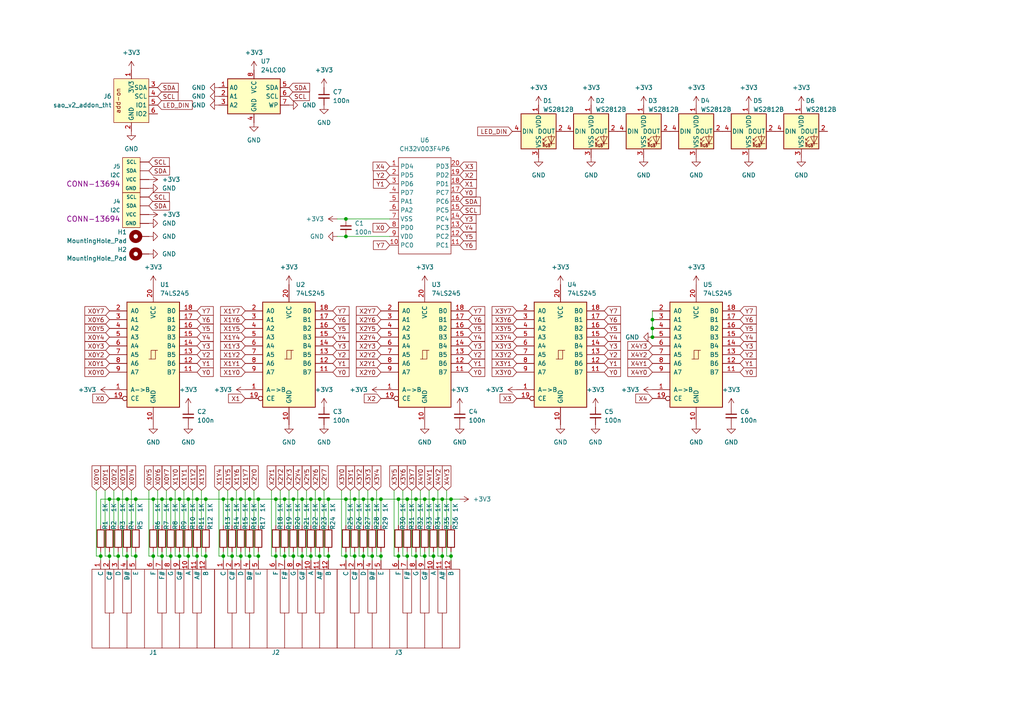
<source format=kicad_sch>
(kicad_sch (version 20230121) (generator eeschema)
  (paper "A4")
  (junction (at 123.19 144.78))
  (junction (at 100.33 68.58))
  (junction (at 72.39 144.78))
  (junction (at 36.83 161.29))
  (junction (at 95.25 161.29))
  (junction (at 74.93 161.29))
  (junction (at 118.11 161.29))
  (junction (at 90.17 161.29))
  (junction (at 64.77 161.29))
  (junction (at 31.75 161.29))
  (junction (at 44.45 161.29))
  (junction (at 100.33 161.29))
  (junction (at 130.81 161.29))
  (junction (at 90.17 144.78))
  (junction (at 57.15 161.29))
  (junction (at 105.41 161.29))
  (junction (at 67.31 161.29))
  (junction (at 120.65 161.29))
  (junction (at 54.61 161.29))
  (junction (at 59.69 144.78))
  (junction (at 100.33 63.5))
  (junction (at 189.23 92.71))
  (junction (at 102.87 144.78))
  (junction (at 115.57 144.78))
  (junction (at 39.37 161.29))
  (junction (at 36.83 144.78))
  (junction (at 82.55 161.29))
  (junction (at 110.49 161.29))
  (junction (at 74.93 144.78))
  (junction (at 46.99 144.78))
  (junction (at 59.69 161.29))
  (junction (at 125.73 144.78))
  (junction (at 95.25 144.78))
  (junction (at 49.53 161.29))
  (junction (at 82.55 144.78))
  (junction (at 87.63 144.78))
  (junction (at 92.71 161.29))
  (junction (at 52.07 144.78))
  (junction (at 123.19 161.29))
  (junction (at 189.23 95.25))
  (junction (at 115.57 161.29))
  (junction (at 80.01 161.29))
  (junction (at 102.87 161.29))
  (junction (at 125.73 161.29))
  (junction (at 130.81 144.78))
  (junction (at 92.71 144.78))
  (junction (at 72.39 161.29))
  (junction (at 100.33 144.78))
  (junction (at 120.65 144.78))
  (junction (at 85.09 144.78))
  (junction (at 67.31 144.78))
  (junction (at 39.37 144.78))
  (junction (at 29.21 161.29))
  (junction (at 52.07 161.29))
  (junction (at 69.85 161.29))
  (junction (at 110.49 144.78))
  (junction (at 118.11 144.78))
  (junction (at 69.85 144.78))
  (junction (at 31.75 144.78))
  (junction (at 34.29 161.29))
  (junction (at 189.23 97.79))
  (junction (at 54.61 144.78))
  (junction (at 105.41 144.78))
  (junction (at 80.01 144.78))
  (junction (at 128.27 161.29))
  (junction (at 107.95 161.29))
  (junction (at 107.95 144.78))
  (junction (at 64.77 144.78))
  (junction (at 87.63 161.29))
  (junction (at 57.15 144.78))
  (junction (at 49.53 144.78))
  (junction (at 128.27 144.78))
  (junction (at 34.29 144.78))
  (junction (at 44.45 144.78))
  (junction (at 46.99 161.29))
  (junction (at 85.09 161.29))
  (wire (pts (xy 33.02 161.29) (xy 34.29 161.29)))
  (wire (pts (xy 90.17 152.4) (xy 90.17 144.78)))
  (wire (pts (xy 118.11 144.78) (xy 120.65 144.78)))
  (wire (pts (xy 69.85 161.29) (xy 69.85 162.56)))
  (wire (pts (xy 102.87 161.29) (xy 101.6 161.29)))
  (wire (pts (xy 129.54 142.24) (xy 129.54 161.29)))
  (wire (pts (xy 189.23 92.71) (xy 189.23 90.17)))
  (wire (pts (xy 95.25 161.29) (xy 95.25 162.56)))
  (wire (pts (xy 36.83 161.29) (xy 36.83 162.56)))
  (wire (pts (xy 34.29 144.78) (xy 36.83 144.78)))
  (wire (pts (xy 81.28 142.24) (xy 81.28 161.29)))
  (wire (pts (xy 90.17 160.02) (xy 90.17 161.29)))
  (wire (pts (xy 128.27 152.4) (xy 128.27 144.78)))
  (wire (pts (xy 35.56 142.24) (xy 35.56 161.29)))
  (wire (pts (xy 100.33 161.29) (xy 100.33 162.56)))
  (wire (pts (xy 92.71 160.02) (xy 92.71 161.29)))
  (wire (pts (xy 54.61 160.02) (xy 54.61 161.29)))
  (wire (pts (xy 71.12 142.24) (xy 71.12 161.29)))
  (wire (pts (xy 50.8 142.24) (xy 50.8 161.29)))
  (wire (pts (xy 130.81 152.4) (xy 130.81 144.78)))
  (wire (pts (xy 90.17 144.78) (xy 92.71 144.78)))
  (wire (pts (xy 45.72 142.24) (xy 45.72 161.29)))
  (wire (pts (xy 38.1 161.29) (xy 39.37 161.29)))
  (wire (pts (xy 107.95 160.02) (xy 107.95 161.29)))
  (wire (pts (xy 118.11 160.02) (xy 118.11 161.29)))
  (wire (pts (xy 110.49 161.29) (xy 109.22 161.29)))
  (wire (pts (xy 54.61 144.78) (xy 57.15 144.78)))
  (wire (pts (xy 46.99 160.02) (xy 46.99 161.29)))
  (wire (pts (xy 31.75 152.4) (xy 31.75 144.78)))
  (wire (pts (xy 48.26 161.29) (xy 49.53 161.29)))
  (wire (pts (xy 95.25 144.78) (xy 100.33 144.78)))
  (wire (pts (xy 107.95 161.29) (xy 107.95 162.56)))
  (wire (pts (xy 82.55 161.29) (xy 82.55 162.56)))
  (wire (pts (xy 120.65 144.78) (xy 123.19 144.78)))
  (wire (pts (xy 120.65 160.02) (xy 120.65 161.29)))
  (wire (pts (xy 44.45 161.29) (xy 44.45 162.56)))
  (wire (pts (xy 115.57 160.02) (xy 115.57 161.29)))
  (wire (pts (xy 48.26 142.24) (xy 48.26 161.29)))
  (wire (pts (xy 63.5 142.24) (xy 63.5 161.29)))
  (wire (pts (xy 52.07 160.02) (xy 52.07 161.29)))
  (wire (pts (xy 72.39 161.29) (xy 72.39 162.56)))
  (wire (pts (xy 80.01 160.02) (xy 80.01 161.29)))
  (wire (pts (xy 64.77 161.29) (xy 64.77 162.56)))
  (wire (pts (xy 44.45 152.4) (xy 44.45 144.78)))
  (wire (pts (xy 123.19 160.02) (xy 123.19 161.29)))
  (wire (pts (xy 54.61 161.29) (xy 53.34 161.29)))
  (wire (pts (xy 80.01 161.29) (xy 80.01 162.56)))
  (wire (pts (xy 35.56 161.29) (xy 36.83 161.29)))
  (wire (pts (xy 73.66 142.24) (xy 73.66 161.29)))
  (wire (pts (xy 97.79 63.5) (xy 100.33 63.5)))
  (wire (pts (xy 105.41 161.29) (xy 105.41 162.56)))
  (wire (pts (xy 59.69 161.29) (xy 59.69 162.56)))
  (wire (pts (xy 29.21 144.78) (xy 31.75 144.78)))
  (wire (pts (xy 59.69 161.29) (xy 58.42 161.29)))
  (wire (pts (xy 46.99 152.4) (xy 46.99 144.78)))
  (wire (pts (xy 59.69 144.78) (xy 64.77 144.78)))
  (wire (pts (xy 39.37 160.02) (xy 39.37 161.29)))
  (wire (pts (xy 36.83 152.4) (xy 36.83 144.78)))
  (wire (pts (xy 118.11 161.29) (xy 118.11 162.56)))
  (wire (pts (xy 85.09 160.02) (xy 85.09 161.29)))
  (wire (pts (xy 90.17 161.29) (xy 90.17 162.56)))
  (wire (pts (xy 58.42 142.24) (xy 58.42 161.29)))
  (wire (pts (xy 87.63 161.29) (xy 86.36 161.29)))
  (wire (pts (xy 29.21 160.02) (xy 29.21 161.29)))
  (wire (pts (xy 64.77 161.29) (xy 63.5 161.29)))
  (wire (pts (xy 107.95 152.4) (xy 107.95 144.78)))
  (wire (pts (xy 34.29 161.29) (xy 34.29 162.56)))
  (wire (pts (xy 45.72 161.29) (xy 46.99 161.29)))
  (wire (pts (xy 38.1 142.24) (xy 38.1 161.29)))
  (wire (pts (xy 115.57 161.29) (xy 115.57 162.56)))
  (wire (pts (xy 57.15 161.29) (xy 55.88 161.29)))
  (wire (pts (xy 52.07 161.29) (xy 52.07 162.56)))
  (wire (pts (xy 49.53 161.29) (xy 49.53 162.56)))
  (wire (pts (xy 118.11 152.4) (xy 118.11 144.78)))
  (wire (pts (xy 52.07 144.78) (xy 54.61 144.78)))
  (wire (pts (xy 128.27 160.02) (xy 128.27 161.29)))
  (wire (pts (xy 100.33 63.5) (xy 113.03 63.5)))
  (wire (pts (xy 118.11 161.29) (xy 116.84 161.29)))
  (wire (pts (xy 100.33 152.4) (xy 100.33 144.78)))
  (wire (pts (xy 109.22 142.24) (xy 109.22 161.29)))
  (wire (pts (xy 90.17 161.29) (xy 88.9 161.29)))
  (wire (pts (xy 105.41 161.29) (xy 104.14 161.29)))
  (wire (pts (xy 123.19 152.4) (xy 123.19 144.78)))
  (wire (pts (xy 69.85 160.02) (xy 69.85 161.29)))
  (wire (pts (xy 115.57 161.29) (xy 114.3 161.29)))
  (wire (pts (xy 67.31 144.78) (xy 69.85 144.78)))
  (wire (pts (xy 92.71 152.4) (xy 92.71 144.78)))
  (wire (pts (xy 49.53 144.78) (xy 52.07 144.78)))
  (wire (pts (xy 29.21 152.4) (xy 29.21 144.78)))
  (wire (pts (xy 72.39 161.29) (xy 71.12 161.29)))
  (wire (pts (xy 99.06 142.24) (xy 99.06 161.29)))
  (wire (pts (xy 100.33 144.78) (xy 102.87 144.78)))
  (wire (pts (xy 59.69 152.4) (xy 59.69 144.78)))
  (wire (pts (xy 85.09 161.29) (xy 85.09 162.56)))
  (wire (pts (xy 36.83 160.02) (xy 36.83 161.29)))
  (wire (pts (xy 39.37 144.78) (xy 44.45 144.78)))
  (wire (pts (xy 102.87 160.02) (xy 102.87 161.29)))
  (wire (pts (xy 100.33 160.02) (xy 100.33 161.29)))
  (wire (pts (xy 57.15 161.29) (xy 57.15 162.56)))
  (wire (pts (xy 55.88 142.24) (xy 55.88 161.29)))
  (wire (pts (xy 30.48 142.24) (xy 30.48 161.29)))
  (wire (pts (xy 120.65 161.29) (xy 120.65 162.56)))
  (wire (pts (xy 85.09 144.78) (xy 87.63 144.78)))
  (wire (pts (xy 121.92 142.24) (xy 121.92 161.29)))
  (wire (pts (xy 46.99 144.78) (xy 49.53 144.78)))
  (wire (pts (xy 57.15 144.78) (xy 59.69 144.78)))
  (wire (pts (xy 123.19 161.29) (xy 123.19 162.56)))
  (wire (pts (xy 93.98 142.24) (xy 93.98 161.29)))
  (wire (pts (xy 189.23 97.79) (xy 189.23 95.25)))
  (wire (pts (xy 87.63 161.29) (xy 87.63 162.56)))
  (wire (pts (xy 31.75 160.02) (xy 31.75 161.29)))
  (wire (pts (xy 104.14 142.24) (xy 104.14 161.29)))
  (wire (pts (xy 80.01 161.29) (xy 78.74 161.29)))
  (wire (pts (xy 66.04 142.24) (xy 66.04 161.29)))
  (wire (pts (xy 31.75 144.78) (xy 34.29 144.78)))
  (wire (pts (xy 87.63 144.78) (xy 90.17 144.78)))
  (wire (pts (xy 128.27 144.78) (xy 130.81 144.78)))
  (wire (pts (xy 101.6 142.24) (xy 101.6 161.29)))
  (wire (pts (xy 105.41 152.4) (xy 105.41 144.78)))
  (wire (pts (xy 49.53 160.02) (xy 49.53 161.29)))
  (wire (pts (xy 82.55 160.02) (xy 82.55 161.29)))
  (wire (pts (xy 52.07 152.4) (xy 52.07 144.78)))
  (wire (pts (xy 92.71 161.29) (xy 92.71 162.56)))
  (wire (pts (xy 125.73 160.02) (xy 125.73 161.29)))
  (wire (pts (xy 64.77 160.02) (xy 64.77 161.29)))
  (wire (pts (xy 100.33 68.58) (xy 113.03 68.58)))
  (wire (pts (xy 119.38 142.24) (xy 119.38 161.29)))
  (wire (pts (xy 95.25 160.02) (xy 95.25 161.29)))
  (wire (pts (xy 95.25 152.4) (xy 95.25 144.78)))
  (wire (pts (xy 102.87 161.29) (xy 102.87 162.56)))
  (wire (pts (xy 189.23 95.25) (xy 189.23 92.71)))
  (wire (pts (xy 115.57 152.4) (xy 115.57 144.78)))
  (wire (pts (xy 105.41 160.02) (xy 105.41 161.29)))
  (wire (pts (xy 92.71 161.29) (xy 91.44 161.29)))
  (wire (pts (xy 69.85 152.4) (xy 69.85 144.78)))
  (wire (pts (xy 127 142.24) (xy 127 161.29)))
  (wire (pts (xy 69.85 144.78) (xy 72.39 144.78)))
  (wire (pts (xy 125.73 152.4) (xy 125.73 144.78)))
  (wire (pts (xy 85.09 152.4) (xy 85.09 144.78)))
  (wire (pts (xy 86.36 142.24) (xy 86.36 161.29)))
  (wire (pts (xy 69.85 161.29) (xy 68.58 161.29)))
  (wire (pts (xy 27.94 142.24) (xy 27.94 161.29)))
  (wire (pts (xy 78.74 142.24) (xy 78.74 161.29)))
  (wire (pts (xy 130.81 161.29) (xy 129.54 161.29)))
  (wire (pts (xy 54.61 152.4) (xy 54.61 144.78)))
  (wire (pts (xy 44.45 144.78) (xy 46.99 144.78)))
  (wire (pts (xy 107.95 161.29) (xy 106.68 161.29)))
  (wire (pts (xy 85.09 161.29) (xy 83.82 161.29)))
  (wire (pts (xy 115.57 144.78) (xy 118.11 144.78)))
  (wire (pts (xy 72.39 160.02) (xy 72.39 161.29)))
  (wire (pts (xy 128.27 161.29) (xy 127 161.29)))
  (wire (pts (xy 128.27 161.29) (xy 128.27 162.56)))
  (wire (pts (xy 72.39 152.4) (xy 72.39 144.78)))
  (wire (pts (xy 125.73 161.29) (xy 125.73 162.56)))
  (wire (pts (xy 107.95 144.78) (xy 110.49 144.78)))
  (wire (pts (xy 110.49 161.29) (xy 110.49 162.56)))
  (wire (pts (xy 97.79 68.58) (xy 100.33 68.58)))
  (wire (pts (xy 91.44 142.24) (xy 91.44 161.29)))
  (wire (pts (xy 74.93 144.78) (xy 80.01 144.78)))
  (wire (pts (xy 74.93 152.4) (xy 74.93 144.78)))
  (wire (pts (xy 29.21 161.29) (xy 29.21 162.56)))
  (wire (pts (xy 110.49 160.02) (xy 110.49 161.29)))
  (wire (pts (xy 110.49 144.78) (xy 115.57 144.78)))
  (wire (pts (xy 43.18 142.24) (xy 43.18 161.29)))
  (wire (pts (xy 130.81 144.78) (xy 133.35 144.78)))
  (wire (pts (xy 39.37 161.29) (xy 39.37 162.56)))
  (wire (pts (xy 123.19 144.78) (xy 125.73 144.78)))
  (wire (pts (xy 64.77 144.78) (xy 67.31 144.78)))
  (wire (pts (xy 36.83 144.78) (xy 39.37 144.78)))
  (wire (pts (xy 57.15 160.02) (xy 57.15 161.29)))
  (wire (pts (xy 88.9 142.24) (xy 88.9 161.29)))
  (wire (pts (xy 54.61 161.29) (xy 54.61 162.56)))
  (wire (pts (xy 114.3 142.24) (xy 114.3 161.29)))
  (wire (pts (xy 106.68 142.24) (xy 106.68 161.29)))
  (wire (pts (xy 68.58 142.24) (xy 68.58 161.29)))
  (wire (pts (xy 100.33 161.29) (xy 99.06 161.29)))
  (wire (pts (xy 120.65 152.4) (xy 120.65 144.78)))
  (wire (pts (xy 116.84 142.24) (xy 116.84 161.29)))
  (wire (pts (xy 59.69 160.02) (xy 59.69 161.29)))
  (wire (pts (xy 31.75 161.29) (xy 31.75 162.56)))
  (wire (pts (xy 34.29 152.4) (xy 34.29 144.78)))
  (wire (pts (xy 80.01 152.4) (xy 80.01 144.78)))
  (wire (pts (xy 46.99 161.29) (xy 46.99 162.56)))
  (wire (pts (xy 67.31 161.29) (xy 67.31 162.56)))
  (wire (pts (xy 74.93 160.02) (xy 74.93 161.29)))
  (wire (pts (xy 125.73 161.29) (xy 124.46 161.29)))
  (wire (pts (xy 102.87 152.4) (xy 102.87 144.78)))
  (wire (pts (xy 43.18 161.29) (xy 44.45 161.29)))
  (wire (pts (xy 125.73 144.78) (xy 128.27 144.78)))
  (wire (pts (xy 33.02 142.24) (xy 33.02 161.29)))
  (wire (pts (xy 64.77 152.4) (xy 64.77 144.78)))
  (wire (pts (xy 123.19 161.29) (xy 121.92 161.29)))
  (wire (pts (xy 87.63 160.02) (xy 87.63 161.29)))
  (wire (pts (xy 44.45 160.02) (xy 44.45 161.29)))
  (wire (pts (xy 74.93 161.29) (xy 73.66 161.29)))
  (wire (pts (xy 83.82 142.24) (xy 83.82 161.29)))
  (wire (pts (xy 102.87 144.78) (xy 105.41 144.78)))
  (wire (pts (xy 72.39 144.78) (xy 74.93 144.78)))
  (wire (pts (xy 130.81 161.29) (xy 130.81 162.56)))
  (wire (pts (xy 67.31 152.4) (xy 67.31 144.78)))
  (wire (pts (xy 74.93 161.29) (xy 74.93 162.56)))
  (wire (pts (xy 124.46 142.24) (xy 124.46 161.29)))
  (wire (pts (xy 82.55 161.29) (xy 81.28 161.29)))
  (wire (pts (xy 130.81 160.02) (xy 130.81 161.29)))
  (wire (pts (xy 57.15 152.4) (xy 57.15 144.78)))
  (wire (pts (xy 67.31 160.02) (xy 67.31 161.29)))
  (wire (pts (xy 80.01 144.78) (xy 82.55 144.78)))
  (wire (pts (xy 27.94 161.29) (xy 29.21 161.29)))
  (wire (pts (xy 120.65 161.29) (xy 119.38 161.29)))
  (wire (pts (xy 34.29 160.02) (xy 34.29 161.29)))
  (wire (pts (xy 105.41 144.78) (xy 107.95 144.78)))
  (wire (pts (xy 82.55 144.78) (xy 85.09 144.78)))
  (wire (pts (xy 53.34 142.24) (xy 53.34 161.29)))
  (wire (pts (xy 67.31 161.29) (xy 66.04 161.29)))
  (wire (pts (xy 39.37 152.4) (xy 39.37 144.78)))
  (wire (pts (xy 87.63 152.4) (xy 87.63 144.78)))
  (wire (pts (xy 95.25 161.29) (xy 93.98 161.29)))
  (wire (pts (xy 92.71 144.78) (xy 95.25 144.78)))
  (wire (pts (xy 30.48 161.29) (xy 31.75 161.29)))
  (wire (pts (xy 82.55 152.4) (xy 82.55 144.78)))
  (wire (pts (xy 49.53 152.4) (xy 49.53 144.78)))
  (wire (pts (xy 52.07 161.29) (xy 50.8 161.29)))
  (wire (pts (xy 110.49 152.4) (xy 110.49 144.78)))
  (global_label "Y5" (shape input) (at 135.89 95.25 0) (property "Intersheetrefs" "${INTERSHEET_REFS}" (effects hide)))
  (global_label "X2" (shape input) (at 133.35 50.8 0) (property "Intersheetrefs" "${INTERSHEET_REFS}" (effects hide)))
  (global_label "Y6" (shape input) (at 57.15 92.71 0) (property "Intersheetrefs" "${INTERSHEET_REFS}" (effects hide)))
  (global_label "Y6" (shape input) (at 133.35 71.12 0) (property "Intersheetrefs" "${INTERSHEET_REFS}" (effects hide)))
  (global_label "Y1" (shape input) (at 113.03 53.34 180) (property "Intersheetrefs" "${INTERSHEET_REFS}" (effects hide)))
  (global_label "Y1" (shape input) (at 96.52 105.41 0) (property "Intersheetrefs" "${INTERSHEET_REFS}" (effects hide)))
  (global_label "X0Y0" (shape input) (at 27.94 142.24 90) (property "Intersheetrefs" "${INTERSHEET_REFS}" (effects hide)))
  (global_label "Y0" (shape input) (at 175.26 107.95 0) (property "Intersheetrefs" "${INTERSHEET_REFS}" (effects hide)))
  (global_label "X4Y1" (shape input) (at 189.23 105.41 180) (property "Intersheetrefs" "${INTERSHEET_REFS}" (effects hide)))
  (global_label "X2Y7" (shape input) (at 110.49 90.17 180) (property "Intersheetrefs" "${INTERSHEET_REFS}" (effects hide)))
  (global_label "Y3" (shape input) (at 175.26 100.33 0) (property "Intersheetrefs" "${INTERSHEET_REFS}" (effects hide)))
  (global_label "X1Y0" (shape input) (at 50.8 142.24 90) (property "Intersheetrefs" "${INTERSHEET_REFS}" (effects hide)))
  (global_label "SCL" (shape input) (at 133.35 60.96 0) (property "Intersheetrefs" "${INTERSHEET_REFS}" (effects hide)))
  (global_label "Y3" (shape input) (at 133.35 63.5 0) (property "Intersheetrefs" "${INTERSHEET_REFS}" (effects hide)))
  (global_label "SDA" (shape input) (at 133.35 58.42 0) (property "Intersheetrefs" "${INTERSHEET_REFS}" (effects hide)))
  (global_label "X1Y6" (shape input) (at 68.58 142.24 90) (property "Intersheetrefs" "${INTERSHEET_REFS}" (effects hide)))
  (global_label "X0Y1" (shape input) (at 31.75 105.41 180) (property "Intersheetrefs" "${INTERSHEET_REFS}" (effects hide)))
  (global_label "X2Y4" (shape input) (at 110.49 97.79 180) (property "Intersheetrefs" "${INTERSHEET_REFS}" (effects hide)))
  (global_label "X3Y1" (shape input) (at 101.6 142.24 90) (property "Intersheetrefs" "${INTERSHEET_REFS}" (effects hide)))
  (global_label "X0Y4" (shape input) (at 38.1 142.24 90) (property "Intersheetrefs" "${INTERSHEET_REFS}" (effects hide)))
  (global_label "X1" (shape input) (at 71.12 115.57 180) (property "Intersheetrefs" "${INTERSHEET_REFS}" (effects hide)))
  (global_label "Y1" (shape input) (at 214.63 105.41 0) (property "Intersheetrefs" "${INTERSHEET_REFS}" (effects hide)))
  (global_label "X4Y2" (shape input) (at 127 142.24 90) (property "Intersheetrefs" "${INTERSHEET_REFS}" (effects hide)))
  (global_label "X0Y5" (shape input) (at 43.18 142.24 90) (property "Intersheetrefs" "${INTERSHEET_REFS}" (effects hide)))
  (global_label "Y6" (shape input) (at 175.26 92.71 0) (property "Intersheetrefs" "${INTERSHEET_REFS}" (effects hide)))
  (global_label "Y4" (shape input) (at 214.63 97.79 0) (property "Intersheetrefs" "${INTERSHEET_REFS}" (effects hide)))
  (global_label "X1Y7" (shape input) (at 71.12 142.24 90) (property "Intersheetrefs" "${INTERSHEET_REFS}" (effects hide)))
  (global_label "Y7" (shape input) (at 57.15 90.17 0) (property "Intersheetrefs" "${INTERSHEET_REFS}" (effects hide)))
  (global_label "X4Y0" (shape input) (at 121.92 142.24 90) (property "Intersheetrefs" "${INTERSHEET_REFS}" (effects hide)))
  (global_label "Y0" (shape input) (at 96.52 107.95 0) (property "Intersheetrefs" "${INTERSHEET_REFS}" (effects hide)))
  (global_label "X3Y2" (shape input) (at 149.86 102.87 180) (property "Intersheetrefs" "${INTERSHEET_REFS}" (effects hide)))
  (global_label "X2Y1" (shape input) (at 78.74 142.24 90) (property "Intersheetrefs" "${INTERSHEET_REFS}" (effects hide)))
  (global_label "X3Y0" (shape input) (at 99.06 142.24 90) (property "Intersheetrefs" "${INTERSHEET_REFS}" (effects hide)))
  (global_label "X0Y6" (shape input) (at 45.72 142.24 90) (property "Intersheetrefs" "${INTERSHEET_REFS}" (effects hide)))
  (global_label "X3Y4" (shape input) (at 109.22 142.24 90) (property "Intersheetrefs" "${INTERSHEET_REFS}" (effects hide)))
  (global_label "X3" (shape input) (at 149.86 115.57 180) (property "Intersheetrefs" "${INTERSHEET_REFS}" (effects hide)))
  (global_label "X0Y3" (shape input) (at 31.75 100.33 180) (property "Intersheetrefs" "${INTERSHEET_REFS}" (effects hide)))
  (global_label "Y0" (shape input) (at 135.89 107.95 0) (property "Intersheetrefs" "${INTERSHEET_REFS}" (effects hide)))
  (global_label "X0Y0" (shape input) (at 31.75 107.95 180) (property "Intersheetrefs" "${INTERSHEET_REFS}" (effects hide)))
  (global_label "Y2" (shape input) (at 113.03 50.8 180) (property "Intersheetrefs" "${INTERSHEET_REFS}" (effects hide)))
  (global_label "SCL" (shape input) (at 83.82 27.94 0) (property "Intersheetrefs" "${INTERSHEET_REFS}" (effects hide)))
  (global_label "Y7" (shape input) (at 135.89 90.17 0) (property "Intersheetrefs" "${INTERSHEET_REFS}" (effects hide)))
  (global_label "X0Y6" (shape input) (at 31.75 92.71 180) (property "Intersheetrefs" "${INTERSHEET_REFS}" (effects hide)))
  (global_label "Y2" (shape input) (at 214.63 102.87 0) (property "Intersheetrefs" "${INTERSHEET_REFS}" (effects hide)))
  (global_label "X1" (shape input) (at 133.35 53.34 0) (property "Intersheetrefs" "${INTERSHEET_REFS}" (effects hide)))
  (global_label "Y5" (shape input) (at 133.35 68.58 0) (property "Intersheetrefs" "${INTERSHEET_REFS}" (effects hide)))
  (global_label "Y3" (shape input) (at 57.15 100.33 0) (property "Intersheetrefs" "${INTERSHEET_REFS}" (effects hide)))
  (global_label "X3Y5" (shape input) (at 149.86 95.25 180) (property "Intersheetrefs" "${INTERSHEET_REFS}" (effects hide)))
  (global_label "X3Y6" (shape input) (at 116.84 142.24 90) (property "Intersheetrefs" "${INTERSHEET_REFS}" (effects hide)))
  (global_label "X0" (shape input) (at 113.03 66.04 180) (property "Intersheetrefs" "${INTERSHEET_REFS}" (effects hide)))
  (global_label "X1Y5" (shape input) (at 66.04 142.24 90) (property "Intersheetrefs" "${INTERSHEET_REFS}" (effects hide)))
  (global_label "X2Y1" (shape input) (at 110.49 105.41 180) (property "Intersheetrefs" "${INTERSHEET_REFS}" (effects hide)))
  (global_label "X1Y6" (shape input) (at 71.12 92.71 180) (property "Intersheetrefs" "${INTERSHEET_REFS}" (effects hide)))
  (global_label "Y2" (shape input) (at 135.89 102.87 0) (property "Intersheetrefs" "${INTERSHEET_REFS}" (effects hide)))
  (global_label "X3Y3" (shape input) (at 149.86 100.33 180) (property "Intersheetrefs" "${INTERSHEET_REFS}" (effects hide)))
  (global_label "SCL" (shape input) (at 43.18 57.15 0) (property "Intersheetrefs" "${INTERSHEET_REFS}" (effects hide)))
  (global_label "X1Y5" (shape input) (at 71.12 95.25 180) (property "Intersheetrefs" "${INTERSHEET_REFS}" (effects hide)))
  (global_label "X0Y1" (shape input) (at 30.48 142.24 90) (property "Intersheetrefs" "${INTERSHEET_REFS}" (effects hide)))
  (global_label "Y2" (shape input) (at 57.15 102.87 0) (property "Intersheetrefs" "${INTERSHEET_REFS}" (effects hide)))
  (global_label "Y7" (shape input) (at 113.03 71.12 180) (property "Intersheetrefs" "${INTERSHEET_REFS}" (effects hide)))
  (global_label "X3Y0" (shape input) (at 149.86 107.95 180) (property "Intersheetrefs" "${INTERSHEET_REFS}" (effects hide)))
  (global_label "Y0" (shape input) (at 57.15 107.95 0) (property "Intersheetrefs" "${INTERSHEET_REFS}" (effects hide)))
  (global_label "X2Y3" (shape input) (at 110.49 100.33 180) (property "Intersheetrefs" "${INTERSHEET_REFS}" (effects hide)))
  (global_label "Y2" (shape input) (at 175.26 102.87 0) (property "Intersheetrefs" "${INTERSHEET_REFS}" (effects hide)))
  (global_label "X1Y1" (shape input) (at 71.12 105.41 180) (property "Intersheetrefs" "${INTERSHEET_REFS}" (effects hide)))
  (global_label "Y1" (shape input) (at 175.26 105.41 0) (property "Intersheetrefs" "${INTERSHEET_REFS}" (effects hide)))
  (global_label "X1Y2" (shape input) (at 55.88 142.24 90) (property "Intersheetrefs" "${INTERSHEET_REFS}" (effects hide)))
  (global_label "X0Y2" (shape input) (at 33.02 142.24 90) (property "Intersheetrefs" "${INTERSHEET_REFS}" (effects hide)))
  (global_label "X2Y2" (shape input) (at 81.28 142.24 90) (property "Intersheetrefs" "${INTERSHEET_REFS}" (effects hide)))
  (global_label "X0Y4" (shape input) (at 31.75 97.79 180) (property "Intersheetrefs" "${INTERSHEET_REFS}" (effects hide)))
  (global_label "X0Y3" (shape input) (at 35.56 142.24 90) (property "Intersheetrefs" "${INTERSHEET_REFS}" (effects hide)))
  (global_label "Y5" (shape input) (at 57.15 95.25 0) (property "Intersheetrefs" "${INTERSHEET_REFS}" (effects hide)))
  (global_label "X1Y1" (shape input) (at 53.34 142.24 90) (property "Intersheetrefs" "${INTERSHEET_REFS}" (effects hide)))
  (global_label "SDA" (shape input) (at 43.18 49.53 0) (property "Intersheetrefs" "${INTERSHEET_REFS}" (effects hide)))
  (global_label "LED_DIN" (shape input) (at 148.59 38.1 180) (property "Intersheetrefs" "${INTERSHEET_REFS}" (effects hide)))
  (global_label "Y4" (shape input) (at 96.52 97.79 0) (property "Intersheetrefs" "${INTERSHEET_REFS}" (effects hide)))
  (global_label "X0Y5" (shape input) (at 31.75 95.25 180) (property "Intersheetrefs" "${INTERSHEET_REFS}" (effects hide)))
  (global_label "X1Y4" (shape input) (at 63.5 142.24 90) (property "Intersheetrefs" "${INTERSHEET_REFS}" (effects hide)))
  (global_label "X4Y3" (shape input) (at 129.54 142.24 90) (property "Intersheetrefs" "${INTERSHEET_REFS}" (effects hide)))
  (global_label "Y4" (shape input) (at 133.35 66.04 0) (property "Intersheetrefs" "${INTERSHEET_REFS}" (effects hide)))
  (global_label "X2Y0" (shape input) (at 110.49 107.95 180) (property "Intersheetrefs" "${INTERSHEET_REFS}" (effects hide)))
  (global_label "X2" (shape input) (at 110.49 115.57 180) (property "Intersheetrefs" "${INTERSHEET_REFS}" (effects hide)))
  (global_label "Y6" (shape input) (at 214.63 92.71 0) (property "Intersheetrefs" "${INTERSHEET_REFS}" (effects hide)))
  (global_label "X0" (shape input) (at 31.75 115.57 180) (property "Intersheetrefs" "${INTERSHEET_REFS}" (effects hide)))
  (global_label "X3Y7" (shape input) (at 119.38 142.24 90) (property "Intersheetrefs" "${INTERSHEET_REFS}" (effects hide)))
  (global_label "X4Y2" (shape input) (at 189.23 102.87 180) (property "Intersheetrefs" "${INTERSHEET_REFS}" (effects hide)))
  (global_label "Y5" (shape input) (at 96.52 95.25 0) (property "Intersheetrefs" "${INTERSHEET_REFS}" (effects hide)))
  (global_label "Y7" (shape input) (at 214.63 90.17 0) (property "Intersheetrefs" "${INTERSHEET_REFS}" (effects hide)))
  (global_label "X3Y7" (shape input) (at 149.86 90.17 180) (property "Intersheetrefs" "${INTERSHEET_REFS}" (effects hide)))
  (global_label "Y2" (shape input) (at 96.52 102.87 0) (property "Intersheetrefs" "${INTERSHEET_REFS}" (effects hide)))
  (global_label "X0Y7" (shape input) (at 48.26 142.24 90) (property "Intersheetrefs" "${INTERSHEET_REFS}" (effects hide)))
  (global_label "X1Y3" (shape input) (at 71.12 100.33 180) (property "Intersheetrefs" "${INTERSHEET_REFS}" (effects hide)))
  (global_label "SDA" (shape input) (at 83.82 25.4 0) (property "Intersheetrefs" "${INTERSHEET_REFS}" (effects hide)))
  (global_label "X3Y2" (shape input) (at 104.14 142.24 90) (property "Intersheetrefs" "${INTERSHEET_REFS}" (effects hide)))
  (global_label "Y7" (shape input) (at 96.52 90.17 0) (property "Intersheetrefs" "${INTERSHEET_REFS}" (effects hide)))
  (global_label "X3Y6" (shape input) (at 149.86 92.71 180) (property "Intersheetrefs" "${INTERSHEET_REFS}" (effects hide)))
  (global_label "X0Y2" (shape input) (at 31.75 102.87 180) (property "Intersheetrefs" "${INTERSHEET_REFS}" (effects hide)))
  (global_label "X2Y4" (shape input) (at 86.36 142.24 90) (property "Intersheetrefs" "${INTERSHEET_REFS}" (effects hide)))
  (global_label "Y5" (shape input) (at 175.26 95.25 0) (property "Intersheetrefs" "${INTERSHEET_REFS}" (effects hide)))
  (global_label "Y4" (shape input) (at 57.15 97.79 0) (property "Intersheetrefs" "${INTERSHEET_REFS}" (effects hide)))
  (global_label "X2Y5" (shape input) (at 88.9 142.24 90) (property "Intersheetrefs" "${INTERSHEET_REFS}" (effects hide)))
  (global_label "X3Y1" (shape input) (at 149.86 105.41 180) (property "Intersheetrefs" "${INTERSHEET_REFS}" (effects hide)))
  (global_label "X1Y4" (shape input) (at 71.12 97.79 180) (property "Intersheetrefs" "${INTERSHEET_REFS}" (effects hide)))
  (global_label "X3Y3" (shape input) (at 106.68 142.24 90) (property "Intersheetrefs" "${INTERSHEET_REFS}" (effects hide)))
  (global_label "X2Y5" (shape input) (at 110.49 95.25 180) (property "Intersheetrefs" "${INTERSHEET_REFS}" (effects hide)))
  (global_label "SDA" (shape input) (at 45.72 25.4 0) (property "Intersheetrefs" "${INTERSHEET_REFS}" (effects hide)))
  (global_label "X2Y2" (shape input) (at 110.49 102.87 180) (property "Intersheetrefs" "${INTERSHEET_REFS}" (effects hide)))
  (global_label "X2Y7" (shape input) (at 93.98 142.24 90) (property "Intersheetrefs" "${INTERSHEET_REFS}" (effects hide)))
  (global_label "SCL" (shape input) (at 45.72 27.94 0) (property "Intersheetrefs" "${INTERSHEET_REFS}" (effects hide)))
  (global_label "Y6" (shape input) (at 135.89 92.71 0) (property "Intersheetrefs" "${INTERSHEET_REFS}" (effects hide)))
  (global_label "Y5" (shape input) (at 214.63 95.25 0) (property "Intersheetrefs" "${INTERSHEET_REFS}" (effects hide)))
  (global_label "Y3" (shape input) (at 214.63 100.33 0) (property "Intersheetrefs" "${INTERSHEET_REFS}" (effects hide)))
  (global_label "Y3" (shape input) (at 96.52 100.33 0) (property "Intersheetrefs" "${INTERSHEET_REFS}" (effects hide)))
  (global_label "X2Y3" (shape input) (at 83.82 142.24 90) (property "Intersheetrefs" "${INTERSHEET_REFS}" (effects hide)))
  (global_label "Y3" (shape input) (at 135.89 100.33 0) (property "Intersheetrefs" "${INTERSHEET_REFS}" (effects hide)))
  (global_label "Y4" (shape input) (at 135.89 97.79 0) (property "Intersheetrefs" "${INTERSHEET_REFS}" (effects hide)))
  (global_label "X3Y4" (shape input) (at 149.86 97.79 180) (property "Intersheetrefs" "${INTERSHEET_REFS}" (effects hide)))
  (global_label "X4Y3" (shape input) (at 189.23 100.33 180) (property "Intersheetrefs" "${INTERSHEET_REFS}" (effects hide)))
  (global_label "X1Y0" (shape input) (at 71.12 107.95 180) (property "Intersheetrefs" "${INTERSHEET_REFS}" (effects hide)))
  (global_label "X3" (shape input) (at 133.35 48.26 0) (property "Intersheetrefs" "${INTERSHEET_REFS}" (effects hide)))
  (global_label "X4" (shape input) (at 113.03 48.26 180) (property "Intersheetrefs" "${INTERSHEET_REFS}" (effects hide)))
  (global_label "SDA" (shape input) (at 43.18 59.69 0) (property "Intersheetrefs" "${INTERSHEET_REFS}" (effects hide)))
  (global_label "SCL" (shape input) (at 43.18 46.99 0) (property "Intersheetrefs" "${INTERSHEET_REFS}" (effects hide)))
  (global_label "Y7" (shape input) (at 175.26 90.17 0) (property "Intersheetrefs" "${INTERSHEET_REFS}" (effects hide)))
  (global_label "X1Y7" (shape input) (at 71.12 90.17 180) (property "Intersheetrefs" "${INTERSHEET_REFS}" (effects hide)))
  (global_label "X2Y6" (shape input) (at 91.44 142.24 90) (property "Intersheetrefs" "${INTERSHEET_REFS}" (effects hide)))
  (global_label "LED_DIN" (shape input) (at 45.72 30.48 0) (property "Intersheetrefs" "${INTERSHEET_REFS}" (effects hide)))
  (global_label "Y6" (shape input) (at 96.52 92.71 0) (property "Intersheetrefs" "${INTERSHEET_REFS}" (effects hide)))
  (global_label "X2Y6" (shape input) (at 110.49 92.71 180) (property "Intersheetrefs" "${INTERSHEET_REFS}" (effects hide)))
  (global_label "Y1" (shape input) (at 135.89 105.41 0) (property "Intersheetrefs" "${INTERSHEET_REFS}" (effects hide)))
  (global_label "X2Y0" (shape input) (at 73.66 142.24 90) (property "Intersheetrefs" "${INTERSHEET_REFS}" (effects hide)))
  (global_label "Y1" (shape input) (at 57.15 105.41 0) (property "Intersheetrefs" "${INTERSHEET_REFS}" (effects hide)))
  (global_label "Y0" (shape input) (at 214.63 107.95 0) (property "Intersheetrefs" "${INTERSHEET_REFS}" (effects hide)))
  (global_label "X1Y2" (shape input) (at 71.12 102.87 180) (property "Intersheetrefs" "${INTERSHEET_REFS}" (effects hide)))
  (global_label "X4Y1" (shape input) (at 124.46 142.24 90) (property "Intersheetrefs" "${INTERSHEET_REFS}" (effects hide)))
  (global_label "X1Y3" (shape input) (at 58.42 142.24 90) (property "Intersheetrefs" "${INTERSHEET_REFS}" (effects hide)))
  (global_label "Y4" (shape input) (at 175.26 97.79 0) (property "Intersheetrefs" "${INTERSHEET_REFS}" (effects hide)))
  (global_label "X4" (shape input) (at 189.23 115.57 180) (property "Intersheetrefs" "${INTERSHEET_REFS}" (effects hide)))
  (global_label "X4Y0" (shape input) (at 189.23 107.95 180) (property "Intersheetrefs" "${INTERSHEET_REFS}" (effects hide)))
  (global_label "X0Y7" (shape input) (at 31.75 90.17 180) (property "Intersheetrefs" "${INTERSHEET_REFS}" (effects hide)))
  (global_label "Y0" (shape input) (at 133.35 55.88 0) (property "Intersheetrefs" "${INTERSHEET_REFS}" (effects hide)))
  (global_label "X3Y5" (shape input) (at 114.3 142.24 90) (property "Intersheetrefs" "${INTERSHEET_REFS}" (effects hide)))
  (symbol (lib_id "power:GND") (at 133.35 123.19 0) (unit 1)
    (property "Reference" "#PWR032" (effects hide))
    (property "Value" "GND" (at 133.35 128.27 0))
  )
  (symbol (lib_id "Device:R") (at 44.45 156.21 0) (unit 1)
    (property "Reference" "R6" (at 45.72 153.67 90) (effects (justify left)))
    (property "Value" "1K" (at 45.72 148.59 90) (effects (justify left)))
    (property "Footprint" "Resistor_SMD:R_0402_1005Metric_Pad0.72x0.64mm_HandSolder" (effects hide))
  )
  (symbol (lib_id "power:+3V3") (at 93.98 118.11 0) (unit 1)
    (property "Reference" "#PWR029" (effects hide))
    (property "Value" "+3V3" (at 93.98 113.03 0))
  )
  (symbol (lib_id "Device:R") (at 105.41 156.21 0) (unit 1)
    (property "Reference" "R27" (at 106.68 153.67 90) (effects (justify left)))
    (property "Value" "1K" (at 106.68 148.59 90) (effects (justify left)))
    (property "Footprint" "Resistor_SMD:R_0402_1005Metric_Pad0.72x0.64mm_HandSolder" (effects hide))
  )
  (symbol (lib_id "Device:R") (at 95.25 156.21 0) (unit 1)
    (property "Reference" "R24" (at 96.52 153.67 90) (effects (justify left)))
    (property "Value" "1K" (at 96.52 148.59 90) (effects (justify left)))
    (property "Footprint" "Resistor_SMD:R_0402_1005Metric_Pad0.72x0.64mm_HandSolder" (effects hide))
  )
  (symbol (lib_id "power:+3V3") (at 172.72 118.11 0) (unit 1)
    (property "Reference" "#PWR033" (effects hide))
    (property "Value" "+3V3" (at 172.72 113.03 0))
  )
  (symbol (lib_id "74xx:74LS245") (at 83.82 102.87 0) (unit 1)
    (property "Reference" "U2" (at 85.7759 82.55 0) (effects (justify left)))
    (property "Value" "74LS245" (at 85.7759 85.09 0) (effects (justify left)))
    (property "Footprint" "Package_SO:TSSOP-20_4.4x6.5mm_P0.65mm" (effects hide))
    (property "Datasheet" "http://www.ti.com/lit/gpn/sn74LS245" (effects hide))
  )
  (symbol (lib_id "power:GND") (at 63.5 27.94 270) (unit 1)
    (property "Reference" "#PWR038" (effects hide))
    (property "Value" "GND" (at 59.69 27.94 90) (effects (justify right)))
  )
  (symbol (lib_id "Device:R") (at 67.31 156.21 0) (unit 1)
    (property "Reference" "R14" (at 68.58 153.67 90) (effects (justify left)))
    (property "Value" "1K" (at 68.58 148.59 90) (effects (justify left)))
    (property "Footprint" "Resistor_SMD:R_0402_1005Metric_Pad0.72x0.64mm_HandSolder" (effects hide))
  )
  (symbol (lib_id "Device:C_Small") (at 54.61 120.65 0) (unit 1)
    (property "Reference" "C2" (at 57.15 119.3863 0) (effects (justify left)))
    (property "Value" "100n" (at 57.15 121.9263 0) (effects (justify left)))
    (property "Footprint" "Capacitor_SMD:C_0402_1005Metric_Pad0.74x0.62mm_HandSolder" (effects hide))
  )
  (symbol (lib_id "Device:C_Small") (at 172.72 120.65 0) (unit 1)
    (property "Reference" "C5" (at 175.26 119.3863 0) (effects (justify left)))
    (property "Value" "100n" (at 175.26 121.9263 0) (effects (justify left)))
    (property "Footprint" "Capacitor_SMD:C_0402_1005Metric_Pad0.74x0.62mm_HandSolder" (effects hide))
  )
  (symbol (lib_id "Device:R") (at 46.99 156.21 0) (unit 1)
    (property "Reference" "R7" (at 48.26 153.67 90) (effects (justify left)))
    (property "Value" "1K" (at 48.26 148.59 90) (effects (justify left)))
    (property "Footprint" "Resistor_SMD:R_0402_1005Metric_Pad0.72x0.64mm_HandSolder" (effects hide))
  )
  (symbol (lib_id "74xx:74LS245") (at 162.56 102.87 0) (unit 1)
    (property "Reference" "U4" (at 164.5159 82.55 0) (effects (justify left)))
    (property "Value" "74LS245" (at 164.5159 85.09 0) (effects (justify left)))
    (property "Footprint" "Package_SO:TSSOP-20_4.4x6.5mm_P0.65mm" (effects hide))
    (property "Datasheet" "http://www.ti.com/lit/gpn/sn74LS245" (effects hide))
  )
  (symbol (lib_id "Device:R") (at 72.39 156.21 0) (unit 1)
    (property "Reference" "R16" (at 73.66 153.67 90) (effects (justify left)))
    (property "Value" "1K" (at 73.66 148.59 90) (effects (justify left)))
    (property "Footprint" "Resistor_SMD:R_0402_1005Metric_Pad0.72x0.64mm_HandSolder" (effects hide))
  )
  (symbol (lib_id "power:GND") (at 172.72 123.19 0) (unit 1)
    (property "Reference" "#PWR034" (effects hide))
    (property "Value" "GND" (at 172.72 128.27 0))
  )
  (symbol (lib_id "power:GND") (at 232.41 45.72 0) (unit 1)
    (property "Reference" "#PWR056" (effects hide))
    (property "Value" "GND" (at 232.41 50.8 0))
  )
  (symbol (lib_id "power:+3V3") (at 73.66 20.32 0) (unit 1)
    (property "Reference" "#PWR040" (effects hide))
    (property "Value" "+3V3" (at 73.66 15.24 0))
  )
  (symbol (lib_id "power:+3V3") (at 171.45 30.48 0) (unit 1)
    (property "Reference" "#PWR047" (effects hide))
    (property "Value" "+3V3" (at 171.45 25.4 0))
  )
  (symbol (lib_id "Device:R") (at 52.07 156.21 0) (unit 1)
    (property "Reference" "R9" (at 53.34 153.67 90) (effects (justify left)))
    (property "Value" "1K" (at 53.34 148.59 90) (effects (justify left)))
    (property "Footprint" "Resistor_SMD:R_0402_1005Metric_Pad0.72x0.64mm_HandSolder" (effects hide))
  )
  (symbol (lib_id "power:+3V3") (at 110.49 113.03 90) (unit 1)
    (property "Reference" "#PWR022" (effects hide))
    (property "Value" "+3V3" (at 106.68 113.03 90) (effects (justify left)))
  )
  (symbol (lib_id "power:GND") (at 171.45 45.72 0) (unit 1)
    (property "Reference" "#PWR048" (effects hide))
    (property "Value" "GND" (at 171.45 50.8 0))
  )
  (symbol (lib_id "power:+3V3") (at 71.12 113.03 90) (unit 1)
    (property "Reference" "#PWR021" (effects hide))
    (property "Value" "+3V3" (at 67.31 113.03 90) (effects (justify left)))
  )
  (symbol (lib_id "power:+3V3") (at 97.79 63.5 90) (unit 1)
    (property "Reference" "#PWR025" (effects hide))
    (property "Value" "+3V3" (at 93.98 63.5 90) (effects (justify left)))
  )
  (symbol (lib_id "Memory_EEPROM:24LC00") (at 73.66 27.94 0) (unit 1)
    (property "Reference" "U7" (at 75.6159 17.78 0) (effects (justify left)))
    (property "Value" "24LC00" (at 75.6159 20.32 0) (effects (justify left)))
    (property "Footprint" "Package_SO:SOIC-8_3.9x4.9mm_P1.27mm" (effects hide))
    (property "Datasheet" "http://ww1.microchip.com/downloads/en/DeviceDoc/21178G.pdf" (effects hide))
  )
  (symbol (lib_id "power:+3V3") (at 43.18 62.23 270) (unit 1)
    (property "Reference" "#PWR01" (effects hide))
    (property "Value" "+3V3" (at 46.99 62.23 90) (effects (justify left)))
  )
  (symbol (lib_id "Device:R") (at 74.93 156.21 0) (unit 1)
    (property "Reference" "R17" (at 76.2 153.67 90) (effects (justify left)))
    (property "Value" "1K" (at 76.2 148.59 90) (effects (justify left)))
    (property "Footprint" "Resistor_SMD:R_0402_1005Metric_Pad0.72x0.64mm_HandSolder" (effects hide))
  )
  (symbol (lib_id "power:+3V3") (at 44.45 82.55 0) (unit 1)
    (property "Reference" "#PWR010" (effects hide))
    (property "Value" "+3V3" (at 44.45 77.47 0))
  )
  (symbol (lib_id "keyboard:keyboard") (at 44.45 165.1 0) (unit 1) (in_bom no)
    (property "Reference" "J1" (at 44.45 189.23 0))
    (property "Value" "~" (at 36.83 167.64 90))
    (property "Footprint" "keyboard:keyboard_32x15mm_p4mm_cu_label" (effects hide))
  )
  (symbol (lib_id "Device:R") (at 92.71 156.21 0) (unit 1)
    (property "Reference" "R23" (at 93.98 153.67 90) (effects (justify left)))
    (property "Value" "1K" (at 93.98 148.59 90) (effects (justify left)))
    (property "Footprint" "Resistor_SMD:R_0402_1005Metric_Pad0.72x0.64mm_HandSolder" (effects hide))
  )
  (symbol (lib_id "power:+3V3") (at 162.56 82.55 0) (unit 1)
    (property "Reference" "#PWR015" (effects hide))
    (property "Value" "+3V3" (at 162.56 77.47 0))
  )
  (symbol (lib_id "ch32v003:CH32V003F4P6") (at 123.19 59.69 0) (unit 1)
    (property "Reference" "U6" (at 123.19 40.64 0))
    (property "Value" "CH32V003F4P6" (at 123.19 43.18 0))
    (property "Footprint" "Package_SO:TSSOP-20_4.4x6.5mm_P0.65mm" (effects hide))
  )
  (symbol (lib_id "Device:R") (at 110.49 156.21 0) (unit 1)
    (property "Reference" "R29" (at 111.76 153.67 90) (effects (justify left)))
    (property "Value" "1K" (at 111.76 148.59 90) (effects (justify left)))
    (property "Footprint" "Resistor_SMD:R_0402_1005Metric_Pad0.72x0.64mm_HandSolder" (effects hide))
  )
  (symbol (lib_id "power:+3V3") (at 93.98 25.4 0) (unit 1)
    (property "Reference" "#PWR043" (effects hide))
    (property "Value" "+3V3" (at 93.98 20.32 0))
  )
  (symbol (lib_id "LED:WS2812B") (at 217.17 38.1 0) (unit 1)
    (property "Reference" "D5" (at 218.44 29.21 0) (effects (justify left)))
    (property "Value" "WS2812B" (at 218.44 31.75 0) (effects (justify left)))
    (property "Footprint" "LED_SMD:LED_WS2812B_PLCC4_5.0x5.0mm_P3.2mm" (effects hide))
    (property "Datasheet" "https://cdn-shop.adafruit.com/datasheets/WS2812B.pdf" (effects hide))
  )
  (symbol (lib_id "Device:R") (at 49.53 156.21 0) (unit 1)
    (property "Reference" "R8" (at 50.8 153.67 90) (effects (justify left)))
    (property "Value" "1K" (at 50.8 148.59 90) (effects (justify left)))
    (property "Footprint" "Resistor_SMD:R_0402_1005Metric_Pad0.72x0.64mm_HandSolder" (effects hide))
  )
  (symbol (lib_id "power:GND") (at 43.18 64.77 90) (unit 1)
    (property "Reference" "#PWR05" (effects hide))
    (property "Value" "GND" (at 46.99 64.77 90) (effects (justify right)))
  )
  (symbol (lib_id "LED:WS2812B") (at 232.41 38.1 0) (unit 1)
    (property "Reference" "D6" (at 233.68 29.21 0) (effects (justify left)))
    (property "Value" "WS2812B" (at 233.68 31.75 0) (effects (justify left)))
    (property "Footprint" "LED_SMD:LED_WS2812B_PLCC4_5.0x5.0mm_P3.2mm" (effects hide))
    (property "Datasheet" "https://cdn-shop.adafruit.com/datasheets/WS2812B.pdf" (effects hide))
  )
  (symbol (lib_id "power:GND") (at 217.17 45.72 0) (unit 1)
    (property "Reference" "#PWR054" (effects hide))
    (property "Value" "GND" (at 217.17 50.8 0))
  )
  (symbol (lib_id "Device:R") (at 85.09 156.21 0) (unit 1)
    (property "Reference" "R20" (at 86.36 153.67 90) (effects (justify left)))
    (property "Value" "1K" (at 86.36 148.59 90) (effects (justify left)))
    (property "Footprint" "Resistor_SMD:R_0402_1005Metric_Pad0.72x0.64mm_HandSolder" (effects hide))
  )
  (symbol (lib_id "Device:C_Small") (at 93.98 120.65 0) (unit 1)
    (property "Reference" "C3" (at 96.52 119.3863 0) (effects (justify left)))
    (property "Value" "100n" (at 96.52 121.9263 0) (effects (justify left)))
    (property "Footprint" "Capacitor_SMD:C_0402_1005Metric_Pad0.74x0.62mm_HandSolder" (effects hide))
  )
  (symbol (lib_id "power:+3V3") (at 54.61 118.11 0) (unit 1)
    (property "Reference" "#PWR027" (effects hide))
    (property "Value" "+3V3" (at 54.61 113.03 0))
  )
  (symbol (lib_id "power:GND") (at 123.19 123.19 0) (unit 1)
    (property "Reference" "#PWR014" (effects hide))
    (property "Value" "GND" (at 123.19 128.27 0))
  )
  (symbol (lib_id "Device:R") (at 34.29 156.21 0) (unit 1)
    (property "Reference" "R3" (at 35.56 153.67 90) (effects (justify left)))
    (property "Value" "1K" (at 35.56 148.59 90) (effects (justify left)))
    (property "Footprint" "Resistor_SMD:R_0402_1005Metric_Pad0.72x0.64mm_HandSolder" (effects hide))
  )
  (symbol (lib_id "Device:C_Small") (at 93.98 27.94 0) (unit 1)
    (property "Reference" "C7" (at 96.52 26.67 0) (effects (justify left)))
    (property "Value" "100n" (at 96.52 29.21 0) (effects (justify left)))
    (property "Footprint" "Capacitor_SMD:C_0402_1005Metric_Pad0.74x0.62mm_HandSolder" (effects hide))
  )
  (symbol (lib_id "Device:R") (at 125.73 156.21 0) (unit 1)
    (property "Reference" "R34" (at 127 153.67 90) (effects (justify left)))
    (property "Value" "1K" (at 127 148.59 90) (effects (justify left)))
    (property "Footprint" "Resistor_SMD:R_0402_1005Metric_Pad0.72x0.64mm_HandSolder" (effects hide))
  )
  (symbol (lib_id "Device:C_Small") (at 100.33 66.04 0) (unit 1)
    (property "Reference" "C1" (at 102.87 64.7763 0) (effects (justify left)))
    (property "Value" "100n" (at 102.87 67.3163 0) (effects (justify left)))
    (property "Footprint" "Capacitor_SMD:C_0402_1005Metric_Pad0.74x0.62mm_HandSolder" (effects hide))
  )
  (symbol (lib_id "Device:R") (at 39.37 156.21 0) (unit 1)
    (property "Reference" "R5" (at 40.64 153.67 90) (effects (justify left)))
    (property "Value" "1K" (at 40.64 148.59 90) (effects (justify left)))
    (property "Footprint" "Resistor_SMD:R_0402_1005Metric_Pad0.72x0.64mm_HandSolder" (effects hide))
  )
  (symbol (lib_id "qwiic:qwiic") (at 40.64 54.61 0) (unit 1)
    (property "Reference" "J5" (at 34.925 48.26 0) (effects (font (size 1.143 1.143)) (justify right)))
    (property "Value" "I2C" (at 34.925 50.8 0) (effects (font (size 1.143 1.143)) (justify right)))
    (property "Footprint" "qwiic:1X04_1MM_RA_GND" (effects hide))
    (property "Datasheet" "https://datasheet.lcsc.com/lcsc/1811151533_JST-Sales-America-SM04B-SRSS-TB-LF-SN_C160404.pdf" (effects hide))
    (property "Field4" "CONN-13694" (at 34.925 53.34 0) (effects (font (size 1.524 1.524)) (justify right)))
    (property "LCSC" "C160404" (effects hide))
    (property "MPN" "SM04B-SRSS-TB" (effects hide))
    (property "Manufacturer" "JST" (effects hide))
    (property "Category" "Connectors" (effects hide))
    (property "Description" "Optional" (effects hide))
    (property "Buy early" "Y" (effects hide))
    (property "Sponsored" "N" (effects hide))
  )
  (symbol (lib_id "Device:R") (at 69.85 156.21 0) (unit 1)
    (property "Reference" "R15" (at 71.12 153.67 90) (effects (justify left)))
    (property "Value" "1K" (at 71.12 148.59 90) (effects (justify left)))
    (property "Footprint" "Resistor_SMD:R_0402_1005Metric_Pad0.72x0.64mm_HandSolder" (effects hide))
  )
  (symbol (lib_id "Device:R") (at 80.01 156.21 0) (unit 1)
    (property "Reference" "R18" (at 81.28 153.67 90) (effects (justify left)))
    (property "Value" "1K" (at 81.28 148.59 90) (effects (justify left)))
    (property "Footprint" "Resistor_SMD:R_0402_1005Metric_Pad0.72x0.64mm_HandSolder" (effects hide))
  )
  (symbol (lib_id "Device:C_Small") (at 212.09 120.65 0) (unit 1)
    (property "Reference" "C6" (at 214.63 119.3863 0) (effects (justify left)))
    (property "Value" "100n" (at 214.63 121.9263 0) (effects (justify left)))
    (property "Footprint" "Capacitor_SMD:C_0402_1005Metric_Pad0.74x0.62mm_HandSolder" (effects hide))
  )
  (symbol (lib_id "74xx:74LS245") (at 201.93 102.87 0) (unit 1)
    (property "Reference" "U5" (at 203.8859 82.55 0) (effects (justify left)))
    (property "Value" "74LS245" (at 203.8859 85.09 0) (effects (justify left)))
    (property "Footprint" "Package_SO:TSSOP-20_4.4x6.5mm_P0.65mm" (effects hide))
    (property "Datasheet" "http://www.ti.com/lit/gpn/sn74LS245" (effects hide))
  )
  (symbol (lib_id "power:+3V3") (at 133.35 118.11 0) (unit 1)
    (property "Reference" "#PWR031" (effects hide))
    (property "Value" "+3V3" (at 133.35 113.03 0))
  )
  (symbol (lib_id "Mechanical:MountingHole_Pad") (at 40.64 68.58 90) (unit 1) (in_bom no)
    (property "Reference" "H1" (at 36.83 67.31 90) (effects (justify left)))
    (property "Value" "MountingHole_Pad" (at 36.83 69.85 90) (effects (justify left)))
    (property "Footprint" "MountingHole:MountingHole_2.2mm_M2_Pad_Via" (effects hide))
  )
  (symbol (lib_id "power:+3V3") (at 149.86 113.03 90) (unit 1)
    (property "Reference" "#PWR023" (effects hide))
    (property "Value" "+3V3" (at 146.05 113.03 90) (effects (justify left)))
  )
  (symbol (lib_id "Device:R") (at 130.81 156.21 0) (unit 1)
    (property "Reference" "R36" (at 132.08 153.67 90) (effects (justify left)))
    (property "Value" "1K" (at 132.08 148.59 90) (effects (justify left)))
    (property "Footprint" "Resistor_SMD:R_0402_1005Metric_Pad0.72x0.64mm_HandSolder" (effects hide))
  )
  (symbol (lib_name "keyboard_2") (lib_id "keyboard:keyboard") (at 80.01 165.1 0) (unit 1) (in_bom no)
    (property "Reference" "J2" (at 80.01 189.23 0))
    (property "Value" "~" (at 72.39 167.64 90))
    (property "Footprint" "keyboard:keyboard_32x15mm_p4mm_cu_label" (effects hide))
  )
  (symbol (lib_id "power:GND") (at 43.18 68.58 90) (unit 1)
    (property "Reference" "#PWR07" (effects hide))
    (property "Value" "GND" (at 46.99 68.58 90) (effects (justify right)))
  )
  (symbol (lib_id "LED:WS2812B") (at 156.21 38.1 0) (unit 1)
    (property "Reference" "D1" (at 157.48 29.21 0) (effects (justify left)))
    (property "Value" "WS2812B" (at 157.48 31.75 0) (effects (justify left)))
    (property "Footprint" "LED_SMD:LED_WS2812B_PLCC4_5.0x5.0mm_P3.2mm" (effects hide))
    (property "Datasheet" "https://cdn-shop.adafruit.com/datasheets/WS2812B.pdf" (effects hide))
  )
  (symbol (lib_id "Device:R") (at 59.69 156.21 0) (unit 1)
    (property "Reference" "R12" (at 60.96 153.67 90) (effects (justify left)))
    (property "Value" "1K" (at 60.96 148.59 90) (effects (justify left)))
    (property "Footprint" "Resistor_SMD:R_0402_1005Metric_Pad0.72x0.64mm_HandSolder" (effects hide))
  )
  (symbol (lib_id "power:GND") (at 54.61 123.19 0) (unit 1)
    (property "Reference" "#PWR028" (effects hide))
    (property "Value" "GND" (at 54.61 128.27 0))
  )
  (symbol (lib_id "Device:R") (at 82.55 156.21 0) (unit 1)
    (property "Reference" "R19" (at 83.82 153.67 90) (effects (justify left)))
    (property "Value" "1K" (at 83.82 148.59 90) (effects (justify left)))
    (property "Footprint" "Resistor_SMD:R_0402_1005Metric_Pad0.72x0.64mm_HandSolder" (effects hide))
  )
  (symbol (lib_id "Device:R") (at 123.19 156.21 0) (unit 1)
    (property "Reference" "R33" (at 124.46 153.67 90) (effects (justify left)))
    (property "Value" "1K" (at 124.46 148.59 90) (effects (justify left)))
    (property "Footprint" "Resistor_SMD:R_0402_1005Metric_Pad0.72x0.64mm_HandSolder" (effects hide))
  )
  (symbol (lib_id "power:GND") (at 63.5 25.4 270) (unit 1)
    (property "Reference" "#PWR037" (effects hide))
    (property "Value" "GND" (at 59.69 25.4 90) (effects (justify right)))
  )
  (symbol (lib_id "74xx:74LS245") (at 123.19 102.87 0) (unit 1)
    (property "Reference" "U3" (at 125.1459 82.55 0) (effects (justify left)))
    (property "Value" "74LS245" (at 125.1459 85.09 0) (effects (justify left)))
    (property "Footprint" "Package_SO:TSSOP-20_4.4x6.5mm_P0.65mm" (effects hide))
    (property "Datasheet" "http://www.ti.com/lit/gpn/sn74LS245" (effects hide))
  )
  (symbol (lib_id "Device:R") (at 118.11 156.21 0) (unit 1)
    (property "Reference" "R31" (at 119.38 153.67 90) (effects (justify left)))
    (property "Value" "1K" (at 119.38 148.59 90) (effects (justify left)))
    (property "Footprint" "Resistor_SMD:R_0402_1005Metric_Pad0.72x0.64mm_HandSolder" (effects hide))
  )
  (symbol (lib_id "power:+3V3") (at 43.18 52.07 270) (unit 1)
    (property "Reference" "#PWR03" (effects hide))
    (property "Value" "+3V3" (at 46.99 52.07 90) (effects (justify left)))
  )
  (symbol (lib_id "Device:R") (at 90.17 156.21 0) (unit 1)
    (property "Reference" "R22" (at 91.44 153.67 90) (effects (justify left)))
    (property "Value" "1K" (at 91.44 148.59 90) (effects (justify left)))
    (property "Footprint" "Resistor_SMD:R_0402_1005Metric_Pad0.72x0.64mm_HandSolder" (effects hide))
  )
  (symbol (lib_id "power:GND") (at 38.1 38.1 0) (unit 1)
    (property "Reference" "#PWR06" (effects hide))
    (property "Value" "GND" (at 38.1 43.18 0))
  )
  (symbol (lib_id "power:GND") (at 73.66 35.56 0) (unit 1)
    (property "Reference" "#PWR041" (effects hide))
    (property "Value" "GND" (at 73.66 40.64 0))
  )
  (symbol (lib_id "power:GND") (at 97.79 68.58 270) (unit 1)
    (property "Reference" "#PWR026" (effects hide))
    (property "Value" "GND" (at 93.98 68.58 90) (effects (justify right)))
  )
  (symbol (lib_id "power:GND") (at 93.98 30.48 0) (unit 1)
    (property "Reference" "#PWR044" (effects hide))
    (property "Value" "GND" (at 93.98 35.56 0))
  )
  (symbol (lib_name "keyboard_1") (lib_id "keyboard:keyboard") (at 115.57 165.1 0) (unit 1) (in_bom no)
    (property "Reference" "J3" (at 115.57 189.23 0))
    (property "Value" "~" (at 107.95 167.64 90))
    (property "Footprint" "keyboard:keyboard_32x15mm_p4mm_cu_label" (effects hide))
  )
  (symbol (lib_id "power:+3V3") (at 232.41 30.48 0) (unit 1)
    (property "Reference" "#PWR055" (effects hide))
    (property "Value" "+3V3" (at 232.41 25.4 0))
  )
  (symbol (lib_id "power:GND") (at 201.93 123.19 0) (unit 1)
    (property "Reference" "#PWR018" (effects hide))
    (property "Value" "GND" (at 201.93 128.27 0))
  )
  (symbol (lib_id "power:GND") (at 189.23 97.79 270) (mirror x) (unit 1)
    (property "Reference" "#PWR019" (effects hide))
    (property "Value" "GND" (at 185.42 97.79 90) (effects (justify right)))
  )
  (symbol (lib_id "Device:C_Small") (at 133.35 120.65 0) (unit 1)
    (property "Reference" "C4" (at 135.89 119.3863 0) (effects (justify left)))
    (property "Value" "100n" (at 135.89 121.9263 0) (effects (justify left)))
    (property "Footprint" "Capacitor_SMD:C_0402_1005Metric_Pad0.74x0.62mm_HandSolder" (effects hide))
  )
  (symbol (lib_id "qwiic:qwiic") (at 40.64 64.77 0) (unit 1)
    (property "Reference" "J4" (at 34.925 58.42 0) (effects (font (size 1.143 1.143)) (justify right)))
    (property "Value" "I2C" (at 34.925 60.96 0) (effects (font (size 1.143 1.143)) (justify right)))
    (property "Footprint" "qwiic:1X04_1MM_RA_GND" (effects hide))
    (property "Datasheet" "https://datasheet.lcsc.com/lcsc/1811151533_JST-Sales-America-SM04B-SRSS-TB-LF-SN_C160404.pdf" (effects hide))
    (property "Field4" "CONN-13694" (at 34.925 63.5 0) (effects (font (size 1.524 1.524)) (justify right)))
    (property "LCSC" "C160404" (effects hide))
    (property "MPN" "SM04B-SRSS-TB" (effects hide))
    (property "Manufacturer" "JST" (effects hide))
    (property "Category" "Connectors" (effects hide))
    (property "Description" "Optional" (effects hide))
    (property "Buy early" "Y" (effects hide))
    (property "Sponsored" "N" (effects hide))
  )
  (symbol (lib_id "power:+3V3") (at 156.21 30.48 0) (unit 1)
    (property "Reference" "#PWR045" (effects hide))
    (property "Value" "+3V3" (at 156.21 25.4 0))
  )
  (symbol (lib_id "power:+3V3") (at 31.75 113.03 90) (unit 1)
    (property "Reference" "#PWR020" (effects hide))
    (property "Value" "+3V3" (at 27.94 113.03 90) (effects (justify left)))
  )
  (symbol (lib_id "LED:WS2812B") (at 186.69 38.1 0) (unit 1)
    (property "Reference" "D3" (at 187.96 29.21 0) (effects (justify left)))
    (property "Value" "WS2812B" (at 187.96 31.75 0) (effects (justify left)))
    (property "Footprint" "LED_SMD:LED_WS2812B_PLCC4_5.0x5.0mm_P3.2mm" (effects hide))
    (property "Datasheet" "https://cdn-shop.adafruit.com/datasheets/WS2812B.pdf" (effects hide))
  )
  (symbol (lib_id "power:GND") (at 186.69 45.72 0) (unit 1)
    (property "Reference" "#PWR050" (effects hide))
    (property "Value" "GND" (at 186.69 50.8 0))
  )
  (symbol (lib_id "Device:R") (at 102.87 156.21 0) (unit 1)
    (property "Reference" "R26" (at 104.14 153.67 90) (effects (justify left)))
    (property "Value" "1K" (at 104.14 148.59 90) (effects (justify left)))
    (property "Footprint" "Resistor_SMD:R_0402_1005Metric_Pad0.72x0.64mm_HandSolder" (effects hide))
  )
  (symbol (lib_id "power:GND") (at 43.18 54.61 90) (unit 1)
    (property "Reference" "#PWR04" (effects hide))
    (property "Value" "GND" (at 46.99 54.61 90) (effects (justify right)))
  )
  (symbol (lib_id "Device:R") (at 29.21 156.21 0) (unit 1)
    (property "Reference" "R1" (at 30.48 153.67 90) (effects (justify left)))
    (property "Value" "1K" (at 30.48 148.59 90) (effects (justify left)))
    (property "Footprint" "Resistor_SMD:R_0402_1005Metric_Pad0.72x0.64mm_HandSolder" (effects hide))
  )
  (symbol (lib_id "74xx:74LS245") (at 44.45 102.87 0) (unit 1)
    (property "Reference" "U1" (at 46.4059 82.55 0) (effects (justify left)))
    (property "Value" "74LS245" (at 46.4059 85.09 0) (effects (justify left)))
    (property "Footprint" "Package_SO:TSSOP-20_4.4x6.5mm_P0.65mm" (effects hide))
    (property "Datasheet" "http://www.ti.com/lit/gpn/sn74LS245" (effects hide))
  )
  (symbol (lib_id "Device:R") (at 128.27 156.21 0) (unit 1)
    (property "Reference" "R35" (at 129.54 153.67 90) (effects (justify left)))
    (property "Value" "1K" (at 129.54 148.59 90) (effects (justify left)))
    (property "Footprint" "Resistor_SMD:R_0402_1005Metric_Pad0.72x0.64mm_HandSolder" (effects hide))
  )
  (symbol (lib_id "Device:R") (at 31.75 156.21 0) (unit 1)
    (property "Reference" "R2" (at 33.02 153.67 90) (effects (justify left)))
    (property "Value" "1K" (at 33.02 148.59 90) (effects (justify left)))
    (property "Footprint" "Resistor_SMD:R_0402_1005Metric_Pad0.72x0.64mm_HandSolder" (effects hide))
  )
  (symbol (lib_id "Device:R") (at 107.95 156.21 0) (unit 1)
    (property "Reference" "R28" (at 109.22 153.67 90) (effects (justify left)))
    (property "Value" "1K" (at 109.22 148.59 90) (effects (justify left)))
    (property "Footprint" "Resistor_SMD:R_0402_1005Metric_Pad0.72x0.64mm_HandSolder" (effects hide))
  )
  (symbol (lib_id "power:+3V3") (at 133.35 144.78 270) (unit 1)
    (property "Reference" "#PWR08" (effects hide))
    (property "Value" "+3V3" (at 137.16 144.78 90) (effects (justify left)))
  )
  (symbol (lib_id "power:GND") (at 43.18 73.66 90) (unit 1)
    (property "Reference" "#PWR057" (effects hide))
    (property "Value" "GND" (at 46.99 73.66 90) (effects (justify right)))
  )
  (symbol (lib_id "power:+3V3") (at 217.17 30.48 0) (unit 1)
    (property "Reference" "#PWR053" (effects hide))
    (property "Value" "+3V3" (at 217.17 25.4 0))
  )
  (symbol (lib_id "power:GND") (at 83.82 123.19 0) (unit 1)
    (property "Reference" "#PWR012" (effects hide))
    (property "Value" "GND" (at 83.82 128.27 0))
  )
  (symbol (lib_id "power:+3V3") (at 38.1 20.32 0) (unit 1)
    (property "Reference" "#PWR02" (effects hide))
    (property "Value" "+3V3" (at 38.1 15.24 0))
  )
  (symbol (lib_id "Device:R") (at 115.57 156.21 0) (unit 1)
    (property "Reference" "R30" (at 116.84 153.67 90) (effects (justify left)))
    (property "Value" "1K" (at 116.84 148.59 90) (effects (justify left)))
    (property "Footprint" "Resistor_SMD:R_0402_1005Metric_Pad0.72x0.64mm_HandSolder" (effects hide))
  )
  (symbol (lib_id "LED:WS2812B") (at 201.93 38.1 0) (unit 1)
    (property "Reference" "D4" (at 203.2 29.21 0) (effects (justify left)))
    (property "Value" "WS2812B" (at 203.2 31.75 0) (effects (justify left)))
    (property "Footprint" "LED_SMD:LED_WS2812B_PLCC4_5.0x5.0mm_P3.2mm" (effects hide))
    (property "Datasheet" "https://cdn-shop.adafruit.com/datasheets/WS2812B.pdf" (effects hide))
  )
  (symbol (lib_id "power:GND") (at 93.98 123.19 0) (unit 1)
    (property "Reference" "#PWR030" (effects hide))
    (property "Value" "GND" (at 93.98 128.27 0))
  )
  (symbol (lib_id "power:+3V3") (at 201.93 82.55 0) (unit 1)
    (property "Reference" "#PWR017" (effects hide))
    (property "Value" "+3V3" (at 201.93 77.47 0))
  )
  (symbol (lib_id "LED:WS2812B") (at 171.45 38.1 0) (unit 1)
    (property "Reference" "D2" (at 172.72 29.21 0) (effects (justify left)))
    (property "Value" "WS2812B" (at 172.72 31.75 0) (effects (justify left)))
    (property "Footprint" "LED_SMD:LED_WS2812B_PLCC4_5.0x5.0mm_P3.2mm" (effects hide))
    (property "Datasheet" "https://cdn-shop.adafruit.com/datasheets/WS2812B.pdf" (effects hide))
  )
  (symbol (lib_id "power:+3V3") (at 83.82 82.55 0) (unit 1)
    (property "Reference" "#PWR011" (effects hide))
    (property "Value" "+3V3" (at 83.82 77.47 0))
  )
  (symbol (lib_id "Device:R") (at 57.15 156.21 0) (unit 1)
    (property "Reference" "R11" (at 58.42 153.67 90) (effects (justify left)))
    (property "Value" "1K" (at 58.42 148.59 90) (effects (justify left)))
    (property "Footprint" "Resistor_SMD:R_0402_1005Metric_Pad0.72x0.64mm_HandSolder" (effects hide))
  )
  (symbol (lib_id "power:GND") (at 83.82 30.48 90) (unit 1)
    (property "Reference" "#PWR042" (effects hide))
    (property "Value" "GND" (at 87.63 30.48 90) (effects (justify right)))
  )
  (symbol (lib_id "Device:R") (at 36.83 156.21 0) (unit 1)
    (property "Reference" "R4" (at 38.1 153.67 90) (effects (justify left)))
    (property "Value" "1K" (at 38.1 148.59 90) (effects (justify left)))
    (property "Footprint" "Resistor_SMD:R_0402_1005Metric_Pad0.72x0.64mm_HandSolder" (effects hide))
  )
  (symbol (lib_id "power:+3V3") (at 123.19 82.55 0) (unit 1)
    (property "Reference" "#PWR013" (effects hide))
    (property "Value" "+3V3" (at 123.19 77.47 0))
  )
  (symbol (lib_id "Device:R") (at 100.33 156.21 0) (unit 1)
    (property "Reference" "R25" (at 101.6 153.67 90) (effects (justify left)))
    (property "Value" "1K" (at 101.6 148.59 90) (effects (justify left)))
    (property "Footprint" "Resistor_SMD:R_0402_1005Metric_Pad0.72x0.64mm_HandSolder" (effects hide))
  )
  (symbol (lib_id "Device:R") (at 120.65 156.21 0) (unit 1)
    (property "Reference" "R32" (at 121.92 153.67 90) (effects (justify left)))
    (property "Value" "1K" (at 121.92 148.59 90) (effects (justify left)))
    (property "Footprint" "Resistor_SMD:R_0402_1005Metric_Pad0.72x0.64mm_HandSolder" (effects hide))
  )
  (symbol (lib_id "power:+3V3") (at 189.23 113.03 90) (unit 1)
    (property "Reference" "#PWR024" (effects hide))
    (property "Value" "+3V3" (at 185.42 113.03 90) (effects (justify left)))
  )
  (symbol (lib_id "power:GND") (at 162.56 123.19 0) (unit 1)
    (property "Reference" "#PWR016" (effects hide))
    (property "Value" "GND" (at 162.56 128.27 0))
  )
  (symbol (lib_id "simple_add_on_v2:sao_v2_addon_tht") (at 38.1 29.21 0) (unit 1)
    (property "Reference" "J6" (at 32.385 27.94 0) (effects (justify right)))
    (property "Value" "sao_v2_addon_tht" (at 32.385 30.48 0) (effects (justify right)))
    (property "Footprint" "simple_add_on_v2:sao_v2_addon_tht" (effects hide))
  )
  (symbol (lib_id "Device:R") (at 64.77 156.21 0) (unit 1)
    (property "Reference" "R13" (at 66.04 153.67 90) (effects (justify left)))
    (property "Value" "1K" (at 66.04 148.59 90) (effects (justify left)))
    (property "Footprint" "Resistor_SMD:R_0402_1005Metric_Pad0.72x0.64mm_HandSolder" (effects hide))
  )
  (symbol (lib_id "power:+3V3") (at 186.69 30.48 0) (unit 1)
    (property "Reference" "#PWR049" (effects hide))
    (property "Value" "+3V3" (at 186.69 25.4 0))
  )
  (symbol (lib_id "power:+3V3") (at 212.09 118.11 0) (unit 1)
    (property "Reference" "#PWR035" (effects hide))
    (property "Value" "+3V3" (at 212.09 113.03 0))
  )
  (symbol (lib_id "power:GND") (at 201.93 45.72 0) (unit 1)
    (property "Reference" "#PWR052" (effects hide))
    (property "Value" "GND" (at 201.93 50.8 0))
  )
  (symbol (lib_id "power:GND") (at 212.09 123.19 0) (unit 1)
    (property "Reference" "#PWR036" (effects hide))
    (property "Value" "GND" (at 212.09 128.27 0))
  )
  (symbol (lib_id "power:+3V3") (at 201.93 30.48 0) (unit 1)
    (property "Reference" "#PWR051" (effects hide))
    (property "Value" "+3V3" (at 201.93 25.4 0))
  )
  (symbol (lib_id "power:GND") (at 63.5 30.48 270) (unit 1)
    (property "Reference" "#PWR039" (effects hide))
    (property "Value" "GND" (at 59.69 30.48 90) (effects (justify right)))
  )
  (symbol (lib_id "Mechanical:MountingHole_Pad") (at 40.64 73.66 90) (unit 1) (in_bom no)
    (property "Reference" "H2" (at 36.83 72.39 90) (effects (justify left)))
    (property "Value" "MountingHole_Pad" (at 36.83 74.93 90) (effects (justify left)))
    (property "Footprint" "MountingHole:MountingHole_2.2mm_M2_Pad_Via" (effects hide))
  )
  (symbol (lib_id "Device:R") (at 87.63 156.21 0) (unit 1)
    (property "Reference" "R21" (at 88.9 153.67 90) (effects (justify left)))
    (property "Value" "1K" (at 88.9 148.59 90) (effects (justify left)))
    (property "Footprint" "Resistor_SMD:R_0402_1005Metric_Pad0.72x0.64mm_HandSolder" (effects hide))
  )
  (symbol (lib_id "power:GND") (at 156.21 45.72 0) (unit 1)
    (property "Reference" "#PWR046" (effects hide))
    (property "Value" "GND" (at 156.21 50.8 0))
  )
  (symbol (lib_id "power:GND") (at 44.45 123.19 0) (unit 1)
    (property "Reference" "#PWR09" (effects hide))
    (property "Value" "GND" (at 44.45 128.27 0))
  )
  (symbol (lib_id "Device:R") (at 54.61 156.21 0) (unit 1)
    (property "Reference" "R10" (at 55.88 153.67 90) (effects (justify left)))
    (property "Value" "1K" (at 55.88 148.59 90) (effects (justify left)))
    (property "Footprint" "Resistor_SMD:R_0402_1005Metric_Pad0.72x0.64mm_HandSolder" (effects hide))
  )
)
</source>
